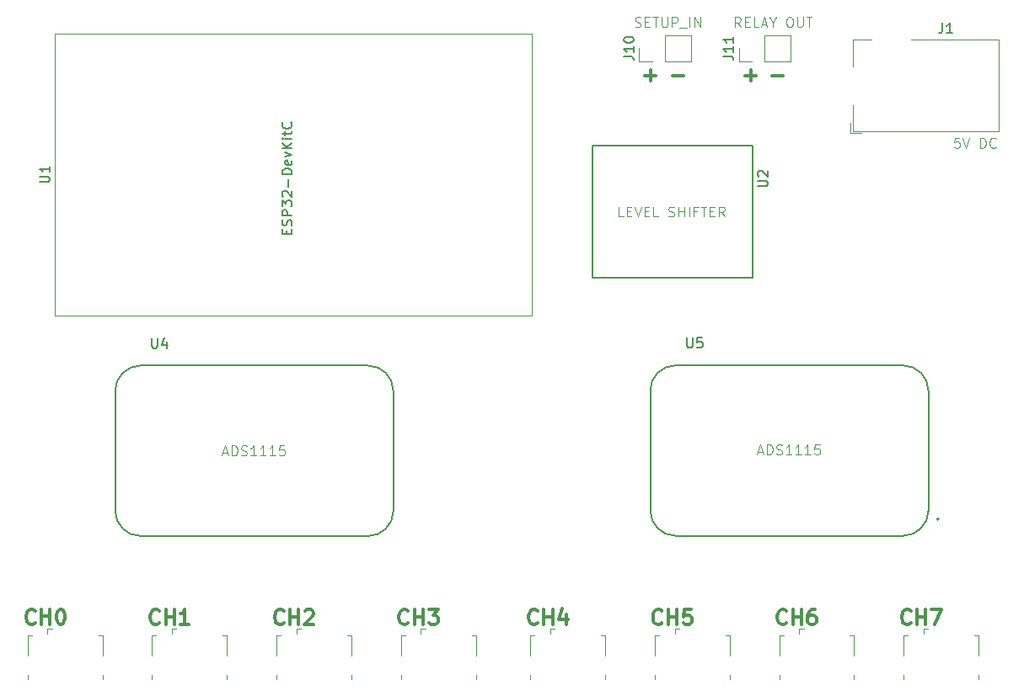
<source format=gbr>
%TF.GenerationSoftware,KiCad,Pcbnew,8.0.4*%
%TF.CreationDate,2024-08-26T16:46:39+08:00*%
%TF.ProjectId,ESP_Board_Test,4553505f-426f-4617-9264-5f546573742e,rev?*%
%TF.SameCoordinates,Original*%
%TF.FileFunction,Legend,Top*%
%TF.FilePolarity,Positive*%
%FSLAX46Y46*%
G04 Gerber Fmt 4.6, Leading zero omitted, Abs format (unit mm)*
G04 Created by KiCad (PCBNEW 8.0.4) date 2024-08-26 16:46:39*
%MOMM*%
%LPD*%
G01*
G04 APERTURE LIST*
%ADD10C,0.300000*%
%ADD11C,0.100000*%
%ADD12C,0.150000*%
%ADD13C,0.120000*%
%ADD14C,0.127000*%
%ADD15C,0.200000*%
G04 APERTURE END LIST*
D10*
X90961653Y-89332971D02*
X90890225Y-89404400D01*
X90890225Y-89404400D02*
X90675939Y-89475828D01*
X90675939Y-89475828D02*
X90533082Y-89475828D01*
X90533082Y-89475828D02*
X90318796Y-89404400D01*
X90318796Y-89404400D02*
X90175939Y-89261542D01*
X90175939Y-89261542D02*
X90104510Y-89118685D01*
X90104510Y-89118685D02*
X90033082Y-88832971D01*
X90033082Y-88832971D02*
X90033082Y-88618685D01*
X90033082Y-88618685D02*
X90104510Y-88332971D01*
X90104510Y-88332971D02*
X90175939Y-88190114D01*
X90175939Y-88190114D02*
X90318796Y-88047257D01*
X90318796Y-88047257D02*
X90533082Y-87975828D01*
X90533082Y-87975828D02*
X90675939Y-87975828D01*
X90675939Y-87975828D02*
X90890225Y-88047257D01*
X90890225Y-88047257D02*
X90961653Y-88118685D01*
X91604510Y-89475828D02*
X91604510Y-87975828D01*
X91604510Y-88690114D02*
X92461653Y-88690114D01*
X92461653Y-89475828D02*
X92461653Y-87975828D01*
X93890225Y-87975828D02*
X93175939Y-87975828D01*
X93175939Y-87975828D02*
X93104511Y-88690114D01*
X93104511Y-88690114D02*
X93175939Y-88618685D01*
X93175939Y-88618685D02*
X93318797Y-88547257D01*
X93318797Y-88547257D02*
X93675939Y-88547257D01*
X93675939Y-88547257D02*
X93818797Y-88618685D01*
X93818797Y-88618685D02*
X93890225Y-88690114D01*
X93890225Y-88690114D02*
X93961654Y-88832971D01*
X93961654Y-88832971D02*
X93961654Y-89190114D01*
X93961654Y-89190114D02*
X93890225Y-89332971D01*
X93890225Y-89332971D02*
X93818797Y-89404400D01*
X93818797Y-89404400D02*
X93675939Y-89475828D01*
X93675939Y-89475828D02*
X93318797Y-89475828D01*
X93318797Y-89475828D02*
X93175939Y-89404400D01*
X93175939Y-89404400D02*
X93104511Y-89332971D01*
X115961653Y-89332971D02*
X115890225Y-89404400D01*
X115890225Y-89404400D02*
X115675939Y-89475828D01*
X115675939Y-89475828D02*
X115533082Y-89475828D01*
X115533082Y-89475828D02*
X115318796Y-89404400D01*
X115318796Y-89404400D02*
X115175939Y-89261542D01*
X115175939Y-89261542D02*
X115104510Y-89118685D01*
X115104510Y-89118685D02*
X115033082Y-88832971D01*
X115033082Y-88832971D02*
X115033082Y-88618685D01*
X115033082Y-88618685D02*
X115104510Y-88332971D01*
X115104510Y-88332971D02*
X115175939Y-88190114D01*
X115175939Y-88190114D02*
X115318796Y-88047257D01*
X115318796Y-88047257D02*
X115533082Y-87975828D01*
X115533082Y-87975828D02*
X115675939Y-87975828D01*
X115675939Y-87975828D02*
X115890225Y-88047257D01*
X115890225Y-88047257D02*
X115961653Y-88118685D01*
X116604510Y-89475828D02*
X116604510Y-87975828D01*
X116604510Y-88690114D02*
X117461653Y-88690114D01*
X117461653Y-89475828D02*
X117461653Y-87975828D01*
X118033082Y-87975828D02*
X119033082Y-87975828D01*
X119033082Y-87975828D02*
X118390225Y-89475828D01*
D11*
X100606265Y-72086704D02*
X101082455Y-72086704D01*
X100511027Y-72372419D02*
X100844360Y-71372419D01*
X100844360Y-71372419D02*
X101177693Y-72372419D01*
X101511027Y-72372419D02*
X101511027Y-71372419D01*
X101511027Y-71372419D02*
X101749122Y-71372419D01*
X101749122Y-71372419D02*
X101891979Y-71420038D01*
X101891979Y-71420038D02*
X101987217Y-71515276D01*
X101987217Y-71515276D02*
X102034836Y-71610514D01*
X102034836Y-71610514D02*
X102082455Y-71800990D01*
X102082455Y-71800990D02*
X102082455Y-71943847D01*
X102082455Y-71943847D02*
X102034836Y-72134323D01*
X102034836Y-72134323D02*
X101987217Y-72229561D01*
X101987217Y-72229561D02*
X101891979Y-72324800D01*
X101891979Y-72324800D02*
X101749122Y-72372419D01*
X101749122Y-72372419D02*
X101511027Y-72372419D01*
X102463408Y-72324800D02*
X102606265Y-72372419D01*
X102606265Y-72372419D02*
X102844360Y-72372419D01*
X102844360Y-72372419D02*
X102939598Y-72324800D01*
X102939598Y-72324800D02*
X102987217Y-72277180D01*
X102987217Y-72277180D02*
X103034836Y-72181942D01*
X103034836Y-72181942D02*
X103034836Y-72086704D01*
X103034836Y-72086704D02*
X102987217Y-71991466D01*
X102987217Y-71991466D02*
X102939598Y-71943847D01*
X102939598Y-71943847D02*
X102844360Y-71896228D01*
X102844360Y-71896228D02*
X102653884Y-71848609D01*
X102653884Y-71848609D02*
X102558646Y-71800990D01*
X102558646Y-71800990D02*
X102511027Y-71753371D01*
X102511027Y-71753371D02*
X102463408Y-71658133D01*
X102463408Y-71658133D02*
X102463408Y-71562895D01*
X102463408Y-71562895D02*
X102511027Y-71467657D01*
X102511027Y-71467657D02*
X102558646Y-71420038D01*
X102558646Y-71420038D02*
X102653884Y-71372419D01*
X102653884Y-71372419D02*
X102891979Y-71372419D01*
X102891979Y-71372419D02*
X103034836Y-71420038D01*
X103987217Y-72372419D02*
X103415789Y-72372419D01*
X103701503Y-72372419D02*
X103701503Y-71372419D01*
X103701503Y-71372419D02*
X103606265Y-71515276D01*
X103606265Y-71515276D02*
X103511027Y-71610514D01*
X103511027Y-71610514D02*
X103415789Y-71658133D01*
X104939598Y-72372419D02*
X104368170Y-72372419D01*
X104653884Y-72372419D02*
X104653884Y-71372419D01*
X104653884Y-71372419D02*
X104558646Y-71515276D01*
X104558646Y-71515276D02*
X104463408Y-71610514D01*
X104463408Y-71610514D02*
X104368170Y-71658133D01*
X105891979Y-72372419D02*
X105320551Y-72372419D01*
X105606265Y-72372419D02*
X105606265Y-71372419D01*
X105606265Y-71372419D02*
X105511027Y-71515276D01*
X105511027Y-71515276D02*
X105415789Y-71610514D01*
X105415789Y-71610514D02*
X105320551Y-71658133D01*
X106796741Y-71372419D02*
X106320551Y-71372419D01*
X106320551Y-71372419D02*
X106272932Y-71848609D01*
X106272932Y-71848609D02*
X106320551Y-71800990D01*
X106320551Y-71800990D02*
X106415789Y-71753371D01*
X106415789Y-71753371D02*
X106653884Y-71753371D01*
X106653884Y-71753371D02*
X106749122Y-71800990D01*
X106749122Y-71800990D02*
X106796741Y-71848609D01*
X106796741Y-71848609D02*
X106844360Y-71943847D01*
X106844360Y-71943847D02*
X106844360Y-72181942D01*
X106844360Y-72181942D02*
X106796741Y-72277180D01*
X106796741Y-72277180D02*
X106749122Y-72324800D01*
X106749122Y-72324800D02*
X106653884Y-72372419D01*
X106653884Y-72372419D02*
X106415789Y-72372419D01*
X106415789Y-72372419D02*
X106320551Y-72324800D01*
X106320551Y-72324800D02*
X106272932Y-72277180D01*
D10*
X100445489Y-34229400D02*
X99302632Y-34229400D01*
X99874060Y-34800828D02*
X99874060Y-33657971D01*
D11*
X120830074Y-40522419D02*
X120353884Y-40522419D01*
X120353884Y-40522419D02*
X120306265Y-40998609D01*
X120306265Y-40998609D02*
X120353884Y-40950990D01*
X120353884Y-40950990D02*
X120449122Y-40903371D01*
X120449122Y-40903371D02*
X120687217Y-40903371D01*
X120687217Y-40903371D02*
X120782455Y-40950990D01*
X120782455Y-40950990D02*
X120830074Y-40998609D01*
X120830074Y-40998609D02*
X120877693Y-41093847D01*
X120877693Y-41093847D02*
X120877693Y-41331942D01*
X120877693Y-41331942D02*
X120830074Y-41427180D01*
X120830074Y-41427180D02*
X120782455Y-41474800D01*
X120782455Y-41474800D02*
X120687217Y-41522419D01*
X120687217Y-41522419D02*
X120449122Y-41522419D01*
X120449122Y-41522419D02*
X120353884Y-41474800D01*
X120353884Y-41474800D02*
X120306265Y-41427180D01*
X121163408Y-40522419D02*
X121496741Y-41522419D01*
X121496741Y-41522419D02*
X121830074Y-40522419D01*
X122925313Y-41522419D02*
X122925313Y-40522419D01*
X122925313Y-40522419D02*
X123163408Y-40522419D01*
X123163408Y-40522419D02*
X123306265Y-40570038D01*
X123306265Y-40570038D02*
X123401503Y-40665276D01*
X123401503Y-40665276D02*
X123449122Y-40760514D01*
X123449122Y-40760514D02*
X123496741Y-40950990D01*
X123496741Y-40950990D02*
X123496741Y-41093847D01*
X123496741Y-41093847D02*
X123449122Y-41284323D01*
X123449122Y-41284323D02*
X123401503Y-41379561D01*
X123401503Y-41379561D02*
X123306265Y-41474800D01*
X123306265Y-41474800D02*
X123163408Y-41522419D01*
X123163408Y-41522419D02*
X122925313Y-41522419D01*
X124496741Y-41427180D02*
X124449122Y-41474800D01*
X124449122Y-41474800D02*
X124306265Y-41522419D01*
X124306265Y-41522419D02*
X124211027Y-41522419D01*
X124211027Y-41522419D02*
X124068170Y-41474800D01*
X124068170Y-41474800D02*
X123972932Y-41379561D01*
X123972932Y-41379561D02*
X123925313Y-41284323D01*
X123925313Y-41284323D02*
X123877694Y-41093847D01*
X123877694Y-41093847D02*
X123877694Y-40950990D01*
X123877694Y-40950990D02*
X123925313Y-40760514D01*
X123925313Y-40760514D02*
X123972932Y-40665276D01*
X123972932Y-40665276D02*
X124068170Y-40570038D01*
X124068170Y-40570038D02*
X124211027Y-40522419D01*
X124211027Y-40522419D02*
X124306265Y-40522419D01*
X124306265Y-40522419D02*
X124449122Y-40570038D01*
X124449122Y-40570038D02*
X124496741Y-40617657D01*
X88256265Y-29324800D02*
X88399122Y-29372419D01*
X88399122Y-29372419D02*
X88637217Y-29372419D01*
X88637217Y-29372419D02*
X88732455Y-29324800D01*
X88732455Y-29324800D02*
X88780074Y-29277180D01*
X88780074Y-29277180D02*
X88827693Y-29181942D01*
X88827693Y-29181942D02*
X88827693Y-29086704D01*
X88827693Y-29086704D02*
X88780074Y-28991466D01*
X88780074Y-28991466D02*
X88732455Y-28943847D01*
X88732455Y-28943847D02*
X88637217Y-28896228D01*
X88637217Y-28896228D02*
X88446741Y-28848609D01*
X88446741Y-28848609D02*
X88351503Y-28800990D01*
X88351503Y-28800990D02*
X88303884Y-28753371D01*
X88303884Y-28753371D02*
X88256265Y-28658133D01*
X88256265Y-28658133D02*
X88256265Y-28562895D01*
X88256265Y-28562895D02*
X88303884Y-28467657D01*
X88303884Y-28467657D02*
X88351503Y-28420038D01*
X88351503Y-28420038D02*
X88446741Y-28372419D01*
X88446741Y-28372419D02*
X88684836Y-28372419D01*
X88684836Y-28372419D02*
X88827693Y-28420038D01*
X89256265Y-28848609D02*
X89589598Y-28848609D01*
X89732455Y-29372419D02*
X89256265Y-29372419D01*
X89256265Y-29372419D02*
X89256265Y-28372419D01*
X89256265Y-28372419D02*
X89732455Y-28372419D01*
X90018170Y-28372419D02*
X90589598Y-28372419D01*
X90303884Y-29372419D02*
X90303884Y-28372419D01*
X90922932Y-28372419D02*
X90922932Y-29181942D01*
X90922932Y-29181942D02*
X90970551Y-29277180D01*
X90970551Y-29277180D02*
X91018170Y-29324800D01*
X91018170Y-29324800D02*
X91113408Y-29372419D01*
X91113408Y-29372419D02*
X91303884Y-29372419D01*
X91303884Y-29372419D02*
X91399122Y-29324800D01*
X91399122Y-29324800D02*
X91446741Y-29277180D01*
X91446741Y-29277180D02*
X91494360Y-29181942D01*
X91494360Y-29181942D02*
X91494360Y-28372419D01*
X91970551Y-29372419D02*
X91970551Y-28372419D01*
X91970551Y-28372419D02*
X92351503Y-28372419D01*
X92351503Y-28372419D02*
X92446741Y-28420038D01*
X92446741Y-28420038D02*
X92494360Y-28467657D01*
X92494360Y-28467657D02*
X92541979Y-28562895D01*
X92541979Y-28562895D02*
X92541979Y-28705752D01*
X92541979Y-28705752D02*
X92494360Y-28800990D01*
X92494360Y-28800990D02*
X92446741Y-28848609D01*
X92446741Y-28848609D02*
X92351503Y-28896228D01*
X92351503Y-28896228D02*
X91970551Y-28896228D01*
X92732456Y-29467657D02*
X93494360Y-29467657D01*
X93732456Y-29372419D02*
X93732456Y-28372419D01*
X94208646Y-29372419D02*
X94208646Y-28372419D01*
X94208646Y-28372419D02*
X94780074Y-29372419D01*
X94780074Y-29372419D02*
X94780074Y-28372419D01*
D10*
X103120489Y-34229400D02*
X101977632Y-34229400D01*
X65461653Y-89332971D02*
X65390225Y-89404400D01*
X65390225Y-89404400D02*
X65175939Y-89475828D01*
X65175939Y-89475828D02*
X65033082Y-89475828D01*
X65033082Y-89475828D02*
X64818796Y-89404400D01*
X64818796Y-89404400D02*
X64675939Y-89261542D01*
X64675939Y-89261542D02*
X64604510Y-89118685D01*
X64604510Y-89118685D02*
X64533082Y-88832971D01*
X64533082Y-88832971D02*
X64533082Y-88618685D01*
X64533082Y-88618685D02*
X64604510Y-88332971D01*
X64604510Y-88332971D02*
X64675939Y-88190114D01*
X64675939Y-88190114D02*
X64818796Y-88047257D01*
X64818796Y-88047257D02*
X65033082Y-87975828D01*
X65033082Y-87975828D02*
X65175939Y-87975828D01*
X65175939Y-87975828D02*
X65390225Y-88047257D01*
X65390225Y-88047257D02*
X65461653Y-88118685D01*
X66104510Y-89475828D02*
X66104510Y-87975828D01*
X66104510Y-88690114D02*
X66961653Y-88690114D01*
X66961653Y-89475828D02*
X66961653Y-87975828D01*
X67533082Y-87975828D02*
X68461654Y-87975828D01*
X68461654Y-87975828D02*
X67961654Y-88547257D01*
X67961654Y-88547257D02*
X68175939Y-88547257D01*
X68175939Y-88547257D02*
X68318797Y-88618685D01*
X68318797Y-88618685D02*
X68390225Y-88690114D01*
X68390225Y-88690114D02*
X68461654Y-88832971D01*
X68461654Y-88832971D02*
X68461654Y-89190114D01*
X68461654Y-89190114D02*
X68390225Y-89332971D01*
X68390225Y-89332971D02*
X68318797Y-89404400D01*
X68318797Y-89404400D02*
X68175939Y-89475828D01*
X68175939Y-89475828D02*
X67747368Y-89475828D01*
X67747368Y-89475828D02*
X67604511Y-89404400D01*
X67604511Y-89404400D02*
X67533082Y-89332971D01*
X78461653Y-89332971D02*
X78390225Y-89404400D01*
X78390225Y-89404400D02*
X78175939Y-89475828D01*
X78175939Y-89475828D02*
X78033082Y-89475828D01*
X78033082Y-89475828D02*
X77818796Y-89404400D01*
X77818796Y-89404400D02*
X77675939Y-89261542D01*
X77675939Y-89261542D02*
X77604510Y-89118685D01*
X77604510Y-89118685D02*
X77533082Y-88832971D01*
X77533082Y-88832971D02*
X77533082Y-88618685D01*
X77533082Y-88618685D02*
X77604510Y-88332971D01*
X77604510Y-88332971D02*
X77675939Y-88190114D01*
X77675939Y-88190114D02*
X77818796Y-88047257D01*
X77818796Y-88047257D02*
X78033082Y-87975828D01*
X78033082Y-87975828D02*
X78175939Y-87975828D01*
X78175939Y-87975828D02*
X78390225Y-88047257D01*
X78390225Y-88047257D02*
X78461653Y-88118685D01*
X79104510Y-89475828D02*
X79104510Y-87975828D01*
X79104510Y-88690114D02*
X79961653Y-88690114D01*
X79961653Y-89475828D02*
X79961653Y-87975828D01*
X81318797Y-88475828D02*
X81318797Y-89475828D01*
X80961654Y-87904400D02*
X80604511Y-88975828D01*
X80604511Y-88975828D02*
X81533082Y-88975828D01*
D11*
X87105074Y-48447419D02*
X86628884Y-48447419D01*
X86628884Y-48447419D02*
X86628884Y-47447419D01*
X87438408Y-47923609D02*
X87771741Y-47923609D01*
X87914598Y-48447419D02*
X87438408Y-48447419D01*
X87438408Y-48447419D02*
X87438408Y-47447419D01*
X87438408Y-47447419D02*
X87914598Y-47447419D01*
X88200313Y-47447419D02*
X88533646Y-48447419D01*
X88533646Y-48447419D02*
X88866979Y-47447419D01*
X89200313Y-47923609D02*
X89533646Y-47923609D01*
X89676503Y-48447419D02*
X89200313Y-48447419D01*
X89200313Y-48447419D02*
X89200313Y-47447419D01*
X89200313Y-47447419D02*
X89676503Y-47447419D01*
X90581265Y-48447419D02*
X90105075Y-48447419D01*
X90105075Y-48447419D02*
X90105075Y-47447419D01*
X91628885Y-48399800D02*
X91771742Y-48447419D01*
X91771742Y-48447419D02*
X92009837Y-48447419D01*
X92009837Y-48447419D02*
X92105075Y-48399800D01*
X92105075Y-48399800D02*
X92152694Y-48352180D01*
X92152694Y-48352180D02*
X92200313Y-48256942D01*
X92200313Y-48256942D02*
X92200313Y-48161704D01*
X92200313Y-48161704D02*
X92152694Y-48066466D01*
X92152694Y-48066466D02*
X92105075Y-48018847D01*
X92105075Y-48018847D02*
X92009837Y-47971228D01*
X92009837Y-47971228D02*
X91819361Y-47923609D01*
X91819361Y-47923609D02*
X91724123Y-47875990D01*
X91724123Y-47875990D02*
X91676504Y-47828371D01*
X91676504Y-47828371D02*
X91628885Y-47733133D01*
X91628885Y-47733133D02*
X91628885Y-47637895D01*
X91628885Y-47637895D02*
X91676504Y-47542657D01*
X91676504Y-47542657D02*
X91724123Y-47495038D01*
X91724123Y-47495038D02*
X91819361Y-47447419D01*
X91819361Y-47447419D02*
X92057456Y-47447419D01*
X92057456Y-47447419D02*
X92200313Y-47495038D01*
X92628885Y-48447419D02*
X92628885Y-47447419D01*
X92628885Y-47923609D02*
X93200313Y-47923609D01*
X93200313Y-48447419D02*
X93200313Y-47447419D01*
X93676504Y-48447419D02*
X93676504Y-47447419D01*
X94486027Y-47923609D02*
X94152694Y-47923609D01*
X94152694Y-48447419D02*
X94152694Y-47447419D01*
X94152694Y-47447419D02*
X94628884Y-47447419D01*
X94866980Y-47447419D02*
X95438408Y-47447419D01*
X95152694Y-48447419D02*
X95152694Y-47447419D01*
X95771742Y-47923609D02*
X96105075Y-47923609D01*
X96247932Y-48447419D02*
X95771742Y-48447419D01*
X95771742Y-48447419D02*
X95771742Y-47447419D01*
X95771742Y-47447419D02*
X96247932Y-47447419D01*
X97247932Y-48447419D02*
X96914599Y-47971228D01*
X96676504Y-48447419D02*
X96676504Y-47447419D01*
X96676504Y-47447419D02*
X97057456Y-47447419D01*
X97057456Y-47447419D02*
X97152694Y-47495038D01*
X97152694Y-47495038D02*
X97200313Y-47542657D01*
X97200313Y-47542657D02*
X97247932Y-47637895D01*
X97247932Y-47637895D02*
X97247932Y-47780752D01*
X97247932Y-47780752D02*
X97200313Y-47875990D01*
X97200313Y-47875990D02*
X97152694Y-47923609D01*
X97152694Y-47923609D02*
X97057456Y-47971228D01*
X97057456Y-47971228D02*
X96676504Y-47971228D01*
D10*
X27986653Y-89307971D02*
X27915225Y-89379400D01*
X27915225Y-89379400D02*
X27700939Y-89450828D01*
X27700939Y-89450828D02*
X27558082Y-89450828D01*
X27558082Y-89450828D02*
X27343796Y-89379400D01*
X27343796Y-89379400D02*
X27200939Y-89236542D01*
X27200939Y-89236542D02*
X27129510Y-89093685D01*
X27129510Y-89093685D02*
X27058082Y-88807971D01*
X27058082Y-88807971D02*
X27058082Y-88593685D01*
X27058082Y-88593685D02*
X27129510Y-88307971D01*
X27129510Y-88307971D02*
X27200939Y-88165114D01*
X27200939Y-88165114D02*
X27343796Y-88022257D01*
X27343796Y-88022257D02*
X27558082Y-87950828D01*
X27558082Y-87950828D02*
X27700939Y-87950828D01*
X27700939Y-87950828D02*
X27915225Y-88022257D01*
X27915225Y-88022257D02*
X27986653Y-88093685D01*
X28629510Y-89450828D02*
X28629510Y-87950828D01*
X28629510Y-88665114D02*
X29486653Y-88665114D01*
X29486653Y-89450828D02*
X29486653Y-87950828D01*
X30486654Y-87950828D02*
X30629511Y-87950828D01*
X30629511Y-87950828D02*
X30772368Y-88022257D01*
X30772368Y-88022257D02*
X30843797Y-88093685D01*
X30843797Y-88093685D02*
X30915225Y-88236542D01*
X30915225Y-88236542D02*
X30986654Y-88522257D01*
X30986654Y-88522257D02*
X30986654Y-88879400D01*
X30986654Y-88879400D02*
X30915225Y-89165114D01*
X30915225Y-89165114D02*
X30843797Y-89307971D01*
X30843797Y-89307971D02*
X30772368Y-89379400D01*
X30772368Y-89379400D02*
X30629511Y-89450828D01*
X30629511Y-89450828D02*
X30486654Y-89450828D01*
X30486654Y-89450828D02*
X30343797Y-89379400D01*
X30343797Y-89379400D02*
X30272368Y-89307971D01*
X30272368Y-89307971D02*
X30200939Y-89165114D01*
X30200939Y-89165114D02*
X30129511Y-88879400D01*
X30129511Y-88879400D02*
X30129511Y-88522257D01*
X30129511Y-88522257D02*
X30200939Y-88236542D01*
X30200939Y-88236542D02*
X30272368Y-88093685D01*
X30272368Y-88093685D02*
X30343797Y-88022257D01*
X30343797Y-88022257D02*
X30486654Y-87950828D01*
X52961653Y-89332971D02*
X52890225Y-89404400D01*
X52890225Y-89404400D02*
X52675939Y-89475828D01*
X52675939Y-89475828D02*
X52533082Y-89475828D01*
X52533082Y-89475828D02*
X52318796Y-89404400D01*
X52318796Y-89404400D02*
X52175939Y-89261542D01*
X52175939Y-89261542D02*
X52104510Y-89118685D01*
X52104510Y-89118685D02*
X52033082Y-88832971D01*
X52033082Y-88832971D02*
X52033082Y-88618685D01*
X52033082Y-88618685D02*
X52104510Y-88332971D01*
X52104510Y-88332971D02*
X52175939Y-88190114D01*
X52175939Y-88190114D02*
X52318796Y-88047257D01*
X52318796Y-88047257D02*
X52533082Y-87975828D01*
X52533082Y-87975828D02*
X52675939Y-87975828D01*
X52675939Y-87975828D02*
X52890225Y-88047257D01*
X52890225Y-88047257D02*
X52961653Y-88118685D01*
X53604510Y-89475828D02*
X53604510Y-87975828D01*
X53604510Y-88690114D02*
X54461653Y-88690114D01*
X54461653Y-89475828D02*
X54461653Y-87975828D01*
X55104511Y-88118685D02*
X55175939Y-88047257D01*
X55175939Y-88047257D02*
X55318797Y-87975828D01*
X55318797Y-87975828D02*
X55675939Y-87975828D01*
X55675939Y-87975828D02*
X55818797Y-88047257D01*
X55818797Y-88047257D02*
X55890225Y-88118685D01*
X55890225Y-88118685D02*
X55961654Y-88261542D01*
X55961654Y-88261542D02*
X55961654Y-88404400D01*
X55961654Y-88404400D02*
X55890225Y-88618685D01*
X55890225Y-88618685D02*
X55033082Y-89475828D01*
X55033082Y-89475828D02*
X55961654Y-89475828D01*
D11*
X46831265Y-72186704D02*
X47307455Y-72186704D01*
X46736027Y-72472419D02*
X47069360Y-71472419D01*
X47069360Y-71472419D02*
X47402693Y-72472419D01*
X47736027Y-72472419D02*
X47736027Y-71472419D01*
X47736027Y-71472419D02*
X47974122Y-71472419D01*
X47974122Y-71472419D02*
X48116979Y-71520038D01*
X48116979Y-71520038D02*
X48212217Y-71615276D01*
X48212217Y-71615276D02*
X48259836Y-71710514D01*
X48259836Y-71710514D02*
X48307455Y-71900990D01*
X48307455Y-71900990D02*
X48307455Y-72043847D01*
X48307455Y-72043847D02*
X48259836Y-72234323D01*
X48259836Y-72234323D02*
X48212217Y-72329561D01*
X48212217Y-72329561D02*
X48116979Y-72424800D01*
X48116979Y-72424800D02*
X47974122Y-72472419D01*
X47974122Y-72472419D02*
X47736027Y-72472419D01*
X48688408Y-72424800D02*
X48831265Y-72472419D01*
X48831265Y-72472419D02*
X49069360Y-72472419D01*
X49069360Y-72472419D02*
X49164598Y-72424800D01*
X49164598Y-72424800D02*
X49212217Y-72377180D01*
X49212217Y-72377180D02*
X49259836Y-72281942D01*
X49259836Y-72281942D02*
X49259836Y-72186704D01*
X49259836Y-72186704D02*
X49212217Y-72091466D01*
X49212217Y-72091466D02*
X49164598Y-72043847D01*
X49164598Y-72043847D02*
X49069360Y-71996228D01*
X49069360Y-71996228D02*
X48878884Y-71948609D01*
X48878884Y-71948609D02*
X48783646Y-71900990D01*
X48783646Y-71900990D02*
X48736027Y-71853371D01*
X48736027Y-71853371D02*
X48688408Y-71758133D01*
X48688408Y-71758133D02*
X48688408Y-71662895D01*
X48688408Y-71662895D02*
X48736027Y-71567657D01*
X48736027Y-71567657D02*
X48783646Y-71520038D01*
X48783646Y-71520038D02*
X48878884Y-71472419D01*
X48878884Y-71472419D02*
X49116979Y-71472419D01*
X49116979Y-71472419D02*
X49259836Y-71520038D01*
X50212217Y-72472419D02*
X49640789Y-72472419D01*
X49926503Y-72472419D02*
X49926503Y-71472419D01*
X49926503Y-71472419D02*
X49831265Y-71615276D01*
X49831265Y-71615276D02*
X49736027Y-71710514D01*
X49736027Y-71710514D02*
X49640789Y-71758133D01*
X51164598Y-72472419D02*
X50593170Y-72472419D01*
X50878884Y-72472419D02*
X50878884Y-71472419D01*
X50878884Y-71472419D02*
X50783646Y-71615276D01*
X50783646Y-71615276D02*
X50688408Y-71710514D01*
X50688408Y-71710514D02*
X50593170Y-71758133D01*
X52116979Y-72472419D02*
X51545551Y-72472419D01*
X51831265Y-72472419D02*
X51831265Y-71472419D01*
X51831265Y-71472419D02*
X51736027Y-71615276D01*
X51736027Y-71615276D02*
X51640789Y-71710514D01*
X51640789Y-71710514D02*
X51545551Y-71758133D01*
X53021741Y-71472419D02*
X52545551Y-71472419D01*
X52545551Y-71472419D02*
X52497932Y-71948609D01*
X52497932Y-71948609D02*
X52545551Y-71900990D01*
X52545551Y-71900990D02*
X52640789Y-71853371D01*
X52640789Y-71853371D02*
X52878884Y-71853371D01*
X52878884Y-71853371D02*
X52974122Y-71900990D01*
X52974122Y-71900990D02*
X53021741Y-71948609D01*
X53021741Y-71948609D02*
X53069360Y-72043847D01*
X53069360Y-72043847D02*
X53069360Y-72281942D01*
X53069360Y-72281942D02*
X53021741Y-72377180D01*
X53021741Y-72377180D02*
X52974122Y-72424800D01*
X52974122Y-72424800D02*
X52878884Y-72472419D01*
X52878884Y-72472419D02*
X52640789Y-72472419D01*
X52640789Y-72472419D02*
X52545551Y-72424800D01*
X52545551Y-72424800D02*
X52497932Y-72377180D01*
D10*
X40461653Y-89332971D02*
X40390225Y-89404400D01*
X40390225Y-89404400D02*
X40175939Y-89475828D01*
X40175939Y-89475828D02*
X40033082Y-89475828D01*
X40033082Y-89475828D02*
X39818796Y-89404400D01*
X39818796Y-89404400D02*
X39675939Y-89261542D01*
X39675939Y-89261542D02*
X39604510Y-89118685D01*
X39604510Y-89118685D02*
X39533082Y-88832971D01*
X39533082Y-88832971D02*
X39533082Y-88618685D01*
X39533082Y-88618685D02*
X39604510Y-88332971D01*
X39604510Y-88332971D02*
X39675939Y-88190114D01*
X39675939Y-88190114D02*
X39818796Y-88047257D01*
X39818796Y-88047257D02*
X40033082Y-87975828D01*
X40033082Y-87975828D02*
X40175939Y-87975828D01*
X40175939Y-87975828D02*
X40390225Y-88047257D01*
X40390225Y-88047257D02*
X40461653Y-88118685D01*
X41104510Y-89475828D02*
X41104510Y-87975828D01*
X41104510Y-88690114D02*
X41961653Y-88690114D01*
X41961653Y-89475828D02*
X41961653Y-87975828D01*
X43461654Y-89475828D02*
X42604511Y-89475828D01*
X43033082Y-89475828D02*
X43033082Y-87975828D01*
X43033082Y-87975828D02*
X42890225Y-88190114D01*
X42890225Y-88190114D02*
X42747368Y-88332971D01*
X42747368Y-88332971D02*
X42604511Y-88404400D01*
D11*
X98875312Y-29372419D02*
X98541979Y-28896228D01*
X98303884Y-29372419D02*
X98303884Y-28372419D01*
X98303884Y-28372419D02*
X98684836Y-28372419D01*
X98684836Y-28372419D02*
X98780074Y-28420038D01*
X98780074Y-28420038D02*
X98827693Y-28467657D01*
X98827693Y-28467657D02*
X98875312Y-28562895D01*
X98875312Y-28562895D02*
X98875312Y-28705752D01*
X98875312Y-28705752D02*
X98827693Y-28800990D01*
X98827693Y-28800990D02*
X98780074Y-28848609D01*
X98780074Y-28848609D02*
X98684836Y-28896228D01*
X98684836Y-28896228D02*
X98303884Y-28896228D01*
X99303884Y-28848609D02*
X99637217Y-28848609D01*
X99780074Y-29372419D02*
X99303884Y-29372419D01*
X99303884Y-29372419D02*
X99303884Y-28372419D01*
X99303884Y-28372419D02*
X99780074Y-28372419D01*
X100684836Y-29372419D02*
X100208646Y-29372419D01*
X100208646Y-29372419D02*
X100208646Y-28372419D01*
X100970551Y-29086704D02*
X101446741Y-29086704D01*
X100875313Y-29372419D02*
X101208646Y-28372419D01*
X101208646Y-28372419D02*
X101541979Y-29372419D01*
X102065789Y-28896228D02*
X102065789Y-29372419D01*
X101732456Y-28372419D02*
X102065789Y-28896228D01*
X102065789Y-28896228D02*
X102399122Y-28372419D01*
X103684837Y-28372419D02*
X103875313Y-28372419D01*
X103875313Y-28372419D02*
X103970551Y-28420038D01*
X103970551Y-28420038D02*
X104065789Y-28515276D01*
X104065789Y-28515276D02*
X104113408Y-28705752D01*
X104113408Y-28705752D02*
X104113408Y-29039085D01*
X104113408Y-29039085D02*
X104065789Y-29229561D01*
X104065789Y-29229561D02*
X103970551Y-29324800D01*
X103970551Y-29324800D02*
X103875313Y-29372419D01*
X103875313Y-29372419D02*
X103684837Y-29372419D01*
X103684837Y-29372419D02*
X103589599Y-29324800D01*
X103589599Y-29324800D02*
X103494361Y-29229561D01*
X103494361Y-29229561D02*
X103446742Y-29039085D01*
X103446742Y-29039085D02*
X103446742Y-28705752D01*
X103446742Y-28705752D02*
X103494361Y-28515276D01*
X103494361Y-28515276D02*
X103589599Y-28420038D01*
X103589599Y-28420038D02*
X103684837Y-28372419D01*
X104541980Y-28372419D02*
X104541980Y-29181942D01*
X104541980Y-29181942D02*
X104589599Y-29277180D01*
X104589599Y-29277180D02*
X104637218Y-29324800D01*
X104637218Y-29324800D02*
X104732456Y-29372419D01*
X104732456Y-29372419D02*
X104922932Y-29372419D01*
X104922932Y-29372419D02*
X105018170Y-29324800D01*
X105018170Y-29324800D02*
X105065789Y-29277180D01*
X105065789Y-29277180D02*
X105113408Y-29181942D01*
X105113408Y-29181942D02*
X105113408Y-28372419D01*
X105446742Y-28372419D02*
X106018170Y-28372419D01*
X105732456Y-29372419D02*
X105732456Y-28372419D01*
D10*
X103461653Y-89332971D02*
X103390225Y-89404400D01*
X103390225Y-89404400D02*
X103175939Y-89475828D01*
X103175939Y-89475828D02*
X103033082Y-89475828D01*
X103033082Y-89475828D02*
X102818796Y-89404400D01*
X102818796Y-89404400D02*
X102675939Y-89261542D01*
X102675939Y-89261542D02*
X102604510Y-89118685D01*
X102604510Y-89118685D02*
X102533082Y-88832971D01*
X102533082Y-88832971D02*
X102533082Y-88618685D01*
X102533082Y-88618685D02*
X102604510Y-88332971D01*
X102604510Y-88332971D02*
X102675939Y-88190114D01*
X102675939Y-88190114D02*
X102818796Y-88047257D01*
X102818796Y-88047257D02*
X103033082Y-87975828D01*
X103033082Y-87975828D02*
X103175939Y-87975828D01*
X103175939Y-87975828D02*
X103390225Y-88047257D01*
X103390225Y-88047257D02*
X103461653Y-88118685D01*
X104104510Y-89475828D02*
X104104510Y-87975828D01*
X104104510Y-88690114D02*
X104961653Y-88690114D01*
X104961653Y-89475828D02*
X104961653Y-87975828D01*
X106318797Y-87975828D02*
X106033082Y-87975828D01*
X106033082Y-87975828D02*
X105890225Y-88047257D01*
X105890225Y-88047257D02*
X105818797Y-88118685D01*
X105818797Y-88118685D02*
X105675939Y-88332971D01*
X105675939Y-88332971D02*
X105604511Y-88618685D01*
X105604511Y-88618685D02*
X105604511Y-89190114D01*
X105604511Y-89190114D02*
X105675939Y-89332971D01*
X105675939Y-89332971D02*
X105747368Y-89404400D01*
X105747368Y-89404400D02*
X105890225Y-89475828D01*
X105890225Y-89475828D02*
X106175939Y-89475828D01*
X106175939Y-89475828D02*
X106318797Y-89404400D01*
X106318797Y-89404400D02*
X106390225Y-89332971D01*
X106390225Y-89332971D02*
X106461654Y-89190114D01*
X106461654Y-89190114D02*
X106461654Y-88832971D01*
X106461654Y-88832971D02*
X106390225Y-88690114D01*
X106390225Y-88690114D02*
X106318797Y-88618685D01*
X106318797Y-88618685D02*
X106175939Y-88547257D01*
X106175939Y-88547257D02*
X105890225Y-88547257D01*
X105890225Y-88547257D02*
X105747368Y-88618685D01*
X105747368Y-88618685D02*
X105675939Y-88690114D01*
X105675939Y-88690114D02*
X105604511Y-88832971D01*
X93145489Y-34229400D02*
X92002632Y-34229400D01*
X90370489Y-34229400D02*
X89227632Y-34229400D01*
X89799060Y-34800828D02*
X89799060Y-33657971D01*
D12*
X97124819Y-32309523D02*
X97839104Y-32309523D01*
X97839104Y-32309523D02*
X97981961Y-32357142D01*
X97981961Y-32357142D02*
X98077200Y-32452380D01*
X98077200Y-32452380D02*
X98124819Y-32595237D01*
X98124819Y-32595237D02*
X98124819Y-32690475D01*
X98124819Y-31309523D02*
X98124819Y-31880951D01*
X98124819Y-31595237D02*
X97124819Y-31595237D01*
X97124819Y-31595237D02*
X97267676Y-31690475D01*
X97267676Y-31690475D02*
X97362914Y-31785713D01*
X97362914Y-31785713D02*
X97410533Y-31880951D01*
X98124819Y-30357142D02*
X98124819Y-30928570D01*
X98124819Y-30642856D02*
X97124819Y-30642856D01*
X97124819Y-30642856D02*
X97267676Y-30738094D01*
X97267676Y-30738094D02*
X97362914Y-30833332D01*
X97362914Y-30833332D02*
X97410533Y-30928570D01*
X28454819Y-44961904D02*
X29264342Y-44961904D01*
X29264342Y-44961904D02*
X29359580Y-44914285D01*
X29359580Y-44914285D02*
X29407200Y-44866666D01*
X29407200Y-44866666D02*
X29454819Y-44771428D01*
X29454819Y-44771428D02*
X29454819Y-44580952D01*
X29454819Y-44580952D02*
X29407200Y-44485714D01*
X29407200Y-44485714D02*
X29359580Y-44438095D01*
X29359580Y-44438095D02*
X29264342Y-44390476D01*
X29264342Y-44390476D02*
X28454819Y-44390476D01*
X29454819Y-43390476D02*
X29454819Y-43961904D01*
X29454819Y-43676190D02*
X28454819Y-43676190D01*
X28454819Y-43676190D02*
X28597676Y-43771428D01*
X28597676Y-43771428D02*
X28692914Y-43866666D01*
X28692914Y-43866666D02*
X28740533Y-43961904D01*
X53256009Y-50195237D02*
X53256009Y-49861904D01*
X53779819Y-49719047D02*
X53779819Y-50195237D01*
X53779819Y-50195237D02*
X52779819Y-50195237D01*
X52779819Y-50195237D02*
X52779819Y-49719047D01*
X53732200Y-49338094D02*
X53779819Y-49195237D01*
X53779819Y-49195237D02*
X53779819Y-48957142D01*
X53779819Y-48957142D02*
X53732200Y-48861904D01*
X53732200Y-48861904D02*
X53684580Y-48814285D01*
X53684580Y-48814285D02*
X53589342Y-48766666D01*
X53589342Y-48766666D02*
X53494104Y-48766666D01*
X53494104Y-48766666D02*
X53398866Y-48814285D01*
X53398866Y-48814285D02*
X53351247Y-48861904D01*
X53351247Y-48861904D02*
X53303628Y-48957142D01*
X53303628Y-48957142D02*
X53256009Y-49147618D01*
X53256009Y-49147618D02*
X53208390Y-49242856D01*
X53208390Y-49242856D02*
X53160771Y-49290475D01*
X53160771Y-49290475D02*
X53065533Y-49338094D01*
X53065533Y-49338094D02*
X52970295Y-49338094D01*
X52970295Y-49338094D02*
X52875057Y-49290475D01*
X52875057Y-49290475D02*
X52827438Y-49242856D01*
X52827438Y-49242856D02*
X52779819Y-49147618D01*
X52779819Y-49147618D02*
X52779819Y-48909523D01*
X52779819Y-48909523D02*
X52827438Y-48766666D01*
X53779819Y-48338094D02*
X52779819Y-48338094D01*
X52779819Y-48338094D02*
X52779819Y-47957142D01*
X52779819Y-47957142D02*
X52827438Y-47861904D01*
X52827438Y-47861904D02*
X52875057Y-47814285D01*
X52875057Y-47814285D02*
X52970295Y-47766666D01*
X52970295Y-47766666D02*
X53113152Y-47766666D01*
X53113152Y-47766666D02*
X53208390Y-47814285D01*
X53208390Y-47814285D02*
X53256009Y-47861904D01*
X53256009Y-47861904D02*
X53303628Y-47957142D01*
X53303628Y-47957142D02*
X53303628Y-48338094D01*
X52779819Y-47433332D02*
X52779819Y-46814285D01*
X52779819Y-46814285D02*
X53160771Y-47147618D01*
X53160771Y-47147618D02*
X53160771Y-47004761D01*
X53160771Y-47004761D02*
X53208390Y-46909523D01*
X53208390Y-46909523D02*
X53256009Y-46861904D01*
X53256009Y-46861904D02*
X53351247Y-46814285D01*
X53351247Y-46814285D02*
X53589342Y-46814285D01*
X53589342Y-46814285D02*
X53684580Y-46861904D01*
X53684580Y-46861904D02*
X53732200Y-46909523D01*
X53732200Y-46909523D02*
X53779819Y-47004761D01*
X53779819Y-47004761D02*
X53779819Y-47290475D01*
X53779819Y-47290475D02*
X53732200Y-47385713D01*
X53732200Y-47385713D02*
X53684580Y-47433332D01*
X52875057Y-46433332D02*
X52827438Y-46385713D01*
X52827438Y-46385713D02*
X52779819Y-46290475D01*
X52779819Y-46290475D02*
X52779819Y-46052380D01*
X52779819Y-46052380D02*
X52827438Y-45957142D01*
X52827438Y-45957142D02*
X52875057Y-45909523D01*
X52875057Y-45909523D02*
X52970295Y-45861904D01*
X52970295Y-45861904D02*
X53065533Y-45861904D01*
X53065533Y-45861904D02*
X53208390Y-45909523D01*
X53208390Y-45909523D02*
X53779819Y-46480951D01*
X53779819Y-46480951D02*
X53779819Y-45861904D01*
X53398866Y-45433332D02*
X53398866Y-44671428D01*
X53779819Y-44195237D02*
X52779819Y-44195237D01*
X52779819Y-44195237D02*
X52779819Y-43957142D01*
X52779819Y-43957142D02*
X52827438Y-43814285D01*
X52827438Y-43814285D02*
X52922676Y-43719047D01*
X52922676Y-43719047D02*
X53017914Y-43671428D01*
X53017914Y-43671428D02*
X53208390Y-43623809D01*
X53208390Y-43623809D02*
X53351247Y-43623809D01*
X53351247Y-43623809D02*
X53541723Y-43671428D01*
X53541723Y-43671428D02*
X53636961Y-43719047D01*
X53636961Y-43719047D02*
X53732200Y-43814285D01*
X53732200Y-43814285D02*
X53779819Y-43957142D01*
X53779819Y-43957142D02*
X53779819Y-44195237D01*
X53732200Y-42814285D02*
X53779819Y-42909523D01*
X53779819Y-42909523D02*
X53779819Y-43099999D01*
X53779819Y-43099999D02*
X53732200Y-43195237D01*
X53732200Y-43195237D02*
X53636961Y-43242856D01*
X53636961Y-43242856D02*
X53256009Y-43242856D01*
X53256009Y-43242856D02*
X53160771Y-43195237D01*
X53160771Y-43195237D02*
X53113152Y-43099999D01*
X53113152Y-43099999D02*
X53113152Y-42909523D01*
X53113152Y-42909523D02*
X53160771Y-42814285D01*
X53160771Y-42814285D02*
X53256009Y-42766666D01*
X53256009Y-42766666D02*
X53351247Y-42766666D01*
X53351247Y-42766666D02*
X53446485Y-43242856D01*
X53113152Y-42433332D02*
X53779819Y-42195237D01*
X53779819Y-42195237D02*
X53113152Y-41957142D01*
X53779819Y-41576189D02*
X52779819Y-41576189D01*
X53779819Y-41004761D02*
X53208390Y-41433332D01*
X52779819Y-41004761D02*
X53351247Y-41576189D01*
X53779819Y-40576189D02*
X53113152Y-40576189D01*
X52779819Y-40576189D02*
X52827438Y-40623808D01*
X52827438Y-40623808D02*
X52875057Y-40576189D01*
X52875057Y-40576189D02*
X52827438Y-40528570D01*
X52827438Y-40528570D02*
X52779819Y-40576189D01*
X52779819Y-40576189D02*
X52875057Y-40576189D01*
X53113152Y-40242856D02*
X53113152Y-39861904D01*
X52779819Y-40099999D02*
X53636961Y-40099999D01*
X53636961Y-40099999D02*
X53732200Y-40052380D01*
X53732200Y-40052380D02*
X53779819Y-39957142D01*
X53779819Y-39957142D02*
X53779819Y-39861904D01*
X53684580Y-38957142D02*
X53732200Y-39004761D01*
X53732200Y-39004761D02*
X53779819Y-39147618D01*
X53779819Y-39147618D02*
X53779819Y-39242856D01*
X53779819Y-39242856D02*
X53732200Y-39385713D01*
X53732200Y-39385713D02*
X53636961Y-39480951D01*
X53636961Y-39480951D02*
X53541723Y-39528570D01*
X53541723Y-39528570D02*
X53351247Y-39576189D01*
X53351247Y-39576189D02*
X53208390Y-39576189D01*
X53208390Y-39576189D02*
X53017914Y-39528570D01*
X53017914Y-39528570D02*
X52922676Y-39480951D01*
X52922676Y-39480951D02*
X52827438Y-39385713D01*
X52827438Y-39385713D02*
X52779819Y-39242856D01*
X52779819Y-39242856D02*
X52779819Y-39147618D01*
X52779819Y-39147618D02*
X52827438Y-39004761D01*
X52827438Y-39004761D02*
X52875057Y-38957142D01*
X119141666Y-28962319D02*
X119141666Y-29676604D01*
X119141666Y-29676604D02*
X119094047Y-29819461D01*
X119094047Y-29819461D02*
X118998809Y-29914700D01*
X118998809Y-29914700D02*
X118855952Y-29962319D01*
X118855952Y-29962319D02*
X118760714Y-29962319D01*
X120141666Y-29962319D02*
X119570238Y-29962319D01*
X119855952Y-29962319D02*
X119855952Y-28962319D01*
X119855952Y-28962319D02*
X119760714Y-29105176D01*
X119760714Y-29105176D02*
X119665476Y-29200414D01*
X119665476Y-29200414D02*
X119570238Y-29248033D01*
X87124819Y-32309523D02*
X87839104Y-32309523D01*
X87839104Y-32309523D02*
X87981961Y-32357142D01*
X87981961Y-32357142D02*
X88077200Y-32452380D01*
X88077200Y-32452380D02*
X88124819Y-32595237D01*
X88124819Y-32595237D02*
X88124819Y-32690475D01*
X88124819Y-31309523D02*
X88124819Y-31880951D01*
X88124819Y-31595237D02*
X87124819Y-31595237D01*
X87124819Y-31595237D02*
X87267676Y-31690475D01*
X87267676Y-31690475D02*
X87362914Y-31785713D01*
X87362914Y-31785713D02*
X87410533Y-31880951D01*
X87124819Y-30690475D02*
X87124819Y-30595237D01*
X87124819Y-30595237D02*
X87172438Y-30499999D01*
X87172438Y-30499999D02*
X87220057Y-30452380D01*
X87220057Y-30452380D02*
X87315295Y-30404761D01*
X87315295Y-30404761D02*
X87505771Y-30357142D01*
X87505771Y-30357142D02*
X87743866Y-30357142D01*
X87743866Y-30357142D02*
X87934342Y-30404761D01*
X87934342Y-30404761D02*
X88029580Y-30452380D01*
X88029580Y-30452380D02*
X88077200Y-30499999D01*
X88077200Y-30499999D02*
X88124819Y-30595237D01*
X88124819Y-30595237D02*
X88124819Y-30690475D01*
X88124819Y-30690475D02*
X88077200Y-30785713D01*
X88077200Y-30785713D02*
X88029580Y-30833332D01*
X88029580Y-30833332D02*
X87934342Y-30880951D01*
X87934342Y-30880951D02*
X87743866Y-30928570D01*
X87743866Y-30928570D02*
X87505771Y-30928570D01*
X87505771Y-30928570D02*
X87315295Y-30880951D01*
X87315295Y-30880951D02*
X87220057Y-30833332D01*
X87220057Y-30833332D02*
X87172438Y-30785713D01*
X87172438Y-30785713D02*
X87124819Y-30690475D01*
X100589819Y-45386904D02*
X101399342Y-45386904D01*
X101399342Y-45386904D02*
X101494580Y-45339285D01*
X101494580Y-45339285D02*
X101542200Y-45291666D01*
X101542200Y-45291666D02*
X101589819Y-45196428D01*
X101589819Y-45196428D02*
X101589819Y-45005952D01*
X101589819Y-45005952D02*
X101542200Y-44910714D01*
X101542200Y-44910714D02*
X101494580Y-44863095D01*
X101494580Y-44863095D02*
X101399342Y-44815476D01*
X101399342Y-44815476D02*
X100589819Y-44815476D01*
X100685057Y-44386904D02*
X100637438Y-44339285D01*
X100637438Y-44339285D02*
X100589819Y-44244047D01*
X100589819Y-44244047D02*
X100589819Y-44005952D01*
X100589819Y-44005952D02*
X100637438Y-43910714D01*
X100637438Y-43910714D02*
X100685057Y-43863095D01*
X100685057Y-43863095D02*
X100780295Y-43815476D01*
X100780295Y-43815476D02*
X100875533Y-43815476D01*
X100875533Y-43815476D02*
X101018390Y-43863095D01*
X101018390Y-43863095D02*
X101589819Y-44434523D01*
X101589819Y-44434523D02*
X101589819Y-43815476D01*
X93463095Y-60634819D02*
X93463095Y-61444342D01*
X93463095Y-61444342D02*
X93510714Y-61539580D01*
X93510714Y-61539580D02*
X93558333Y-61587200D01*
X93558333Y-61587200D02*
X93653571Y-61634819D01*
X93653571Y-61634819D02*
X93844047Y-61634819D01*
X93844047Y-61634819D02*
X93939285Y-61587200D01*
X93939285Y-61587200D02*
X93986904Y-61539580D01*
X93986904Y-61539580D02*
X94034523Y-61444342D01*
X94034523Y-61444342D02*
X94034523Y-60634819D01*
X94986904Y-60634819D02*
X94510714Y-60634819D01*
X94510714Y-60634819D02*
X94463095Y-61111009D01*
X94463095Y-61111009D02*
X94510714Y-61063390D01*
X94510714Y-61063390D02*
X94605952Y-61015771D01*
X94605952Y-61015771D02*
X94844047Y-61015771D01*
X94844047Y-61015771D02*
X94939285Y-61063390D01*
X94939285Y-61063390D02*
X94986904Y-61111009D01*
X94986904Y-61111009D02*
X95034523Y-61206247D01*
X95034523Y-61206247D02*
X95034523Y-61444342D01*
X95034523Y-61444342D02*
X94986904Y-61539580D01*
X94986904Y-61539580D02*
X94939285Y-61587200D01*
X94939285Y-61587200D02*
X94844047Y-61634819D01*
X94844047Y-61634819D02*
X94605952Y-61634819D01*
X94605952Y-61634819D02*
X94510714Y-61587200D01*
X94510714Y-61587200D02*
X94463095Y-61539580D01*
X39713095Y-60659819D02*
X39713095Y-61469342D01*
X39713095Y-61469342D02*
X39760714Y-61564580D01*
X39760714Y-61564580D02*
X39808333Y-61612200D01*
X39808333Y-61612200D02*
X39903571Y-61659819D01*
X39903571Y-61659819D02*
X40094047Y-61659819D01*
X40094047Y-61659819D02*
X40189285Y-61612200D01*
X40189285Y-61612200D02*
X40236904Y-61564580D01*
X40236904Y-61564580D02*
X40284523Y-61469342D01*
X40284523Y-61469342D02*
X40284523Y-60659819D01*
X41189285Y-60993152D02*
X41189285Y-61659819D01*
X40951190Y-60612200D02*
X40713095Y-61326485D01*
X40713095Y-61326485D02*
X41332142Y-61326485D01*
D13*
%TO.C,J11*%
X98670000Y-32830000D02*
X98670000Y-31500000D01*
X100000000Y-32830000D02*
X98670000Y-32830000D01*
X101270000Y-30170000D02*
X103870000Y-30170000D01*
X101270000Y-32830000D02*
X101270000Y-30170000D01*
X101270000Y-32830000D02*
X103870000Y-32830000D01*
X103870000Y-32830000D02*
X103870000Y-30170000D01*
%TO.C,J4*%
X52240000Y-90590000D02*
X52660000Y-90590000D01*
X52240000Y-92570000D02*
X52240000Y-90590000D01*
X52240000Y-94940000D02*
X52240000Y-94540000D01*
X54240000Y-90360000D02*
X54240000Y-89910000D01*
X54690000Y-89910000D02*
X54240000Y-89910000D01*
X59760000Y-90590000D02*
X59340000Y-90590000D01*
X59760000Y-92570000D02*
X59760000Y-90590000D01*
X59760000Y-94540000D02*
X59760000Y-94940000D01*
%TO.C,J8*%
X102740000Y-90590000D02*
X103160000Y-90590000D01*
X102740000Y-92570000D02*
X102740000Y-90590000D01*
X102740000Y-94940000D02*
X102740000Y-94540000D01*
X104740000Y-90360000D02*
X104740000Y-89910000D01*
X105190000Y-89910000D02*
X104740000Y-89910000D01*
X110260000Y-90590000D02*
X109840000Y-90590000D01*
X110260000Y-92570000D02*
X110260000Y-90590000D01*
X110260000Y-94540000D02*
X110260000Y-94940000D01*
%TO.C,J9*%
X115240000Y-90590000D02*
X115660000Y-90590000D01*
X115240000Y-92570000D02*
X115240000Y-90590000D01*
X115240000Y-94940000D02*
X115240000Y-94540000D01*
X117240000Y-90360000D02*
X117240000Y-89910000D01*
X117690000Y-89910000D02*
X117240000Y-89910000D01*
X122760000Y-90590000D02*
X122340000Y-90590000D01*
X122760000Y-92570000D02*
X122760000Y-90590000D01*
X122760000Y-94540000D02*
X122760000Y-94940000D01*
%TO.C,J2*%
X27240000Y-90590000D02*
X27660000Y-90590000D01*
X27240000Y-92570000D02*
X27240000Y-90590000D01*
X27240000Y-94940000D02*
X27240000Y-94540000D01*
X29240000Y-90360000D02*
X29240000Y-89910000D01*
X29690000Y-89910000D02*
X29240000Y-89910000D01*
X34760000Y-90590000D02*
X34340000Y-90590000D01*
X34760000Y-92570000D02*
X34760000Y-90590000D01*
X34760000Y-94540000D02*
X34760000Y-94940000D01*
%TO.C,J6*%
X77740000Y-90590000D02*
X78160000Y-90590000D01*
X77740000Y-92570000D02*
X77740000Y-90590000D01*
X77740000Y-94940000D02*
X77740000Y-94540000D01*
X79740000Y-90360000D02*
X79740000Y-89910000D01*
X80190000Y-89910000D02*
X79740000Y-89910000D01*
X85260000Y-90590000D02*
X84840000Y-90590000D01*
X85260000Y-92570000D02*
X85260000Y-90590000D01*
X85260000Y-94540000D02*
X85260000Y-94940000D01*
%TO.C,U1*%
X30000000Y-30000000D02*
X30000000Y-58399999D01*
X30000000Y-58399999D02*
X77920000Y-58400000D01*
X77920000Y-30000001D02*
X30000000Y-30000000D01*
X77920000Y-58400000D02*
X77920000Y-30000001D01*
%TO.C,J3*%
X39740000Y-90590000D02*
X40160000Y-90590000D01*
X39740000Y-92570000D02*
X39740000Y-90590000D01*
X39740000Y-94940000D02*
X39740000Y-94540000D01*
X41740000Y-90360000D02*
X41740000Y-89910000D01*
X42190000Y-89910000D02*
X41740000Y-89910000D01*
X47260000Y-90590000D02*
X46840000Y-90590000D01*
X47260000Y-92570000D02*
X47260000Y-90590000D01*
X47260000Y-94540000D02*
X47260000Y-94940000D01*
%TO.C,J7*%
X90240000Y-90590000D02*
X90660000Y-90590000D01*
X90240000Y-92570000D02*
X90240000Y-90590000D01*
X90240000Y-94940000D02*
X90240000Y-94540000D01*
X92240000Y-90360000D02*
X92240000Y-89910000D01*
X92690000Y-89910000D02*
X92240000Y-89910000D01*
X97760000Y-90590000D02*
X97340000Y-90590000D01*
X97760000Y-92570000D02*
X97760000Y-90590000D01*
X97760000Y-94540000D02*
X97760000Y-94940000D01*
%TO.C,J1*%
X109925000Y-39007500D02*
X109925000Y-40057500D01*
X110125000Y-30657500D02*
X112025000Y-30657500D01*
X110125000Y-33357500D02*
X110125000Y-30657500D01*
X110125000Y-39857500D02*
X110125000Y-37257500D01*
X110975000Y-40057500D02*
X109925000Y-40057500D01*
X116025000Y-30657500D02*
X124825000Y-30657500D01*
X124825000Y-30657500D02*
X124825000Y-39857500D01*
X124825000Y-39857500D02*
X110125000Y-39857500D01*
%TO.C,J10*%
X88670000Y-32830000D02*
X88670000Y-31500000D01*
X90000000Y-32830000D02*
X88670000Y-32830000D01*
X91270000Y-30170000D02*
X93870000Y-30170000D01*
X91270000Y-32830000D02*
X91270000Y-30170000D01*
X91270000Y-32830000D02*
X93870000Y-32830000D01*
X93870000Y-32830000D02*
X93870000Y-30170000D01*
D14*
%TO.C,U2*%
X83975000Y-41285000D02*
X100025000Y-41285000D01*
X83975000Y-54615000D02*
X83975000Y-41285000D01*
X100025000Y-41285000D02*
X100025000Y-54615000D01*
X100025000Y-54615000D02*
X83975000Y-54615000D01*
%TO.C,U5*%
X89780000Y-78007500D02*
X89780000Y-65942500D01*
X92320000Y-63402500D02*
X115180000Y-63402500D01*
X115180000Y-80547500D02*
X92320000Y-80547500D01*
X117720000Y-65942500D02*
X117720000Y-78007500D01*
X89780000Y-65942500D02*
G75*
G02*
X92320000Y-63402500I2540001J-1D01*
G01*
X92320000Y-80547500D02*
G75*
G02*
X89780000Y-78007500I1J2540001D01*
G01*
X115180000Y-63402500D02*
G75*
G02*
X117720000Y-65942500I0J-2540000D01*
G01*
X117720000Y-78007500D02*
G75*
G02*
X115180000Y-80547500I-2540000J0D01*
G01*
D15*
X118752000Y-78862000D02*
G75*
G02*
X118552000Y-78862000I-100000J0D01*
G01*
X118552000Y-78862000D02*
G75*
G02*
X118752000Y-78862000I100000J0D01*
G01*
D13*
%TO.C,J5*%
X64740000Y-90590000D02*
X65160000Y-90590000D01*
X64740000Y-92570000D02*
X64740000Y-90590000D01*
X64740000Y-94940000D02*
X64740000Y-94540000D01*
X66740000Y-90360000D02*
X66740000Y-89910000D01*
X67190000Y-89910000D02*
X66740000Y-89910000D01*
X72260000Y-90590000D02*
X71840000Y-90590000D01*
X72260000Y-92570000D02*
X72260000Y-90590000D01*
X72260000Y-94540000D02*
X72260000Y-94940000D01*
D14*
%TO.C,U4*%
X36030000Y-78032500D02*
X36030000Y-65967500D01*
X38570000Y-63427500D02*
X61430000Y-63427500D01*
X61430000Y-80572500D02*
X38570000Y-80572500D01*
X63970000Y-65967500D02*
X63970000Y-78032500D01*
X36030000Y-65967500D02*
G75*
G02*
X38570000Y-63427500I2540001J-1D01*
G01*
X38570000Y-80572500D02*
G75*
G02*
X36030000Y-78032500I1J2540001D01*
G01*
X61430000Y-63427500D02*
G75*
G02*
X63970000Y-65967500I0J-2540000D01*
G01*
X63970000Y-78032500D02*
G75*
G02*
X61430000Y-80572500I-2540000J0D01*
G01*
%TD*%
M02*

</source>
